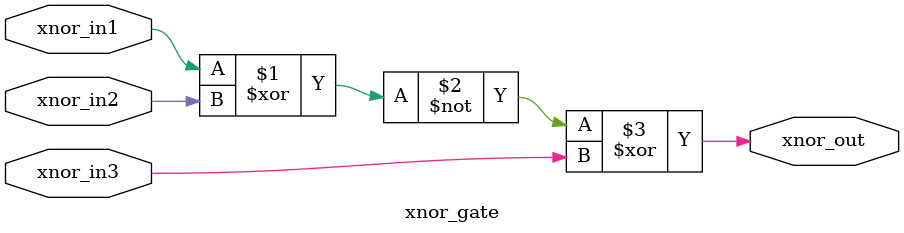
<source format=sv>
module top_module (
	input clk,
	input x,
	output z
);

    reg d0, d1, d2;
    wire q0, q1, q2;
    
    xor_gate xor1(q0, x, d0);
    and_gate and1(q1, ~q1, d1);
    or_gate or1(q2, ~q2, d2);
    
    d_flip_flop flipflop0(.clk(clk), .d(q0), .q(q0));
    d_flip_flop flipflop1(.clk(clk), .d(q1), .q(q1));
    d_flip_flop flipflop2(.clk(clk), .d(q2), .q(q2));
    
    xnor_gate xnor1(z, q0, q1, q2);
    
endmodule
module xor_gate (
    output xor_out,
    input xor_in1,
    input xor_in2
);

    assign xor_out = xor_in1 ^ xor_in2;

endmodule
module and_gate (
    output and_out,
    input and_in1,
    input and_in2
);

    assign and_out = and_in1 & and_in2;

endmodule
module or_gate (
    output or_out,
    input or_in1,
    input or_in2
);

    assign or_out = or_in1 | or_in2;

endmodule
module d_flip_flop (
    input clk,
    input d,
    output q
);

    always @(posedge clk) begin
        q <= d;
    end

endmodule
module xnor_gate (
    output xnor_out,
    input xnor_in1,
    input xnor_in2,
    input xnor_in3
);

    assign xnor_out = (~(xnor_in1 ^ xnor_in2)) ^ xnor_in3;

endmodule

</source>
